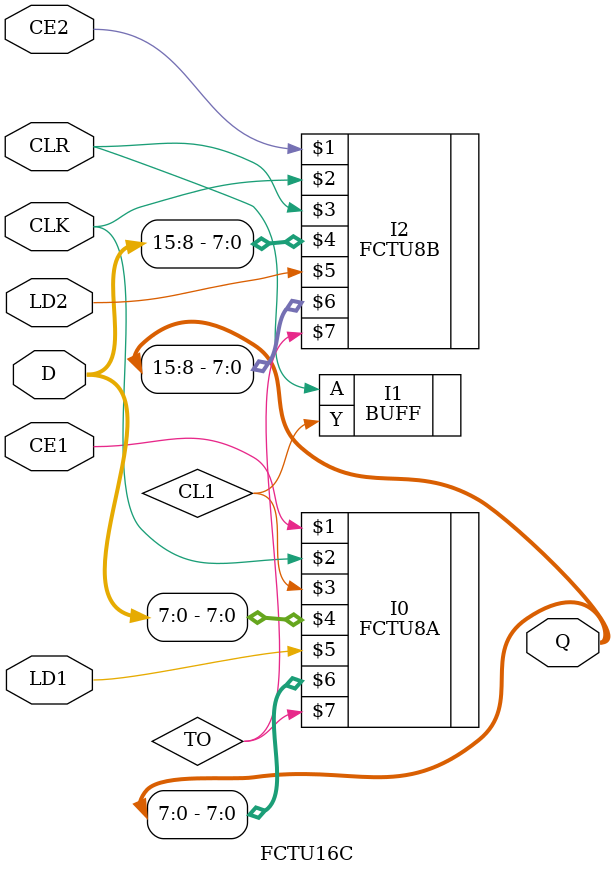
<source format=v>
`timescale 1 ns / 100 ps
module FCTU16C( CE1, CE2, CLK, CLR, D, LD1, LD2, Q );

input [15:0] D;
output [15:0] Q;
input CE1, CE2, LD1, LD2, CLR, CLK;










specify 
    specparam CDS_LIBNAME  = "3200DX";
    specparam CDS_CELLNAME = "FCTU16C";
    specparam CDS_VIEWNAME = "schematic";
endspecify

FCTU8B I2( CE2, CLK, CLR, D[15:8], LD2, Q[15:8], TO);
BUFF  I1( .Y(CL1), .A(CLR));
FCTU8A I0( CE1, CLK, CL1, D[7:0], LD1, Q[7:0], TO);

endmodule

</source>
